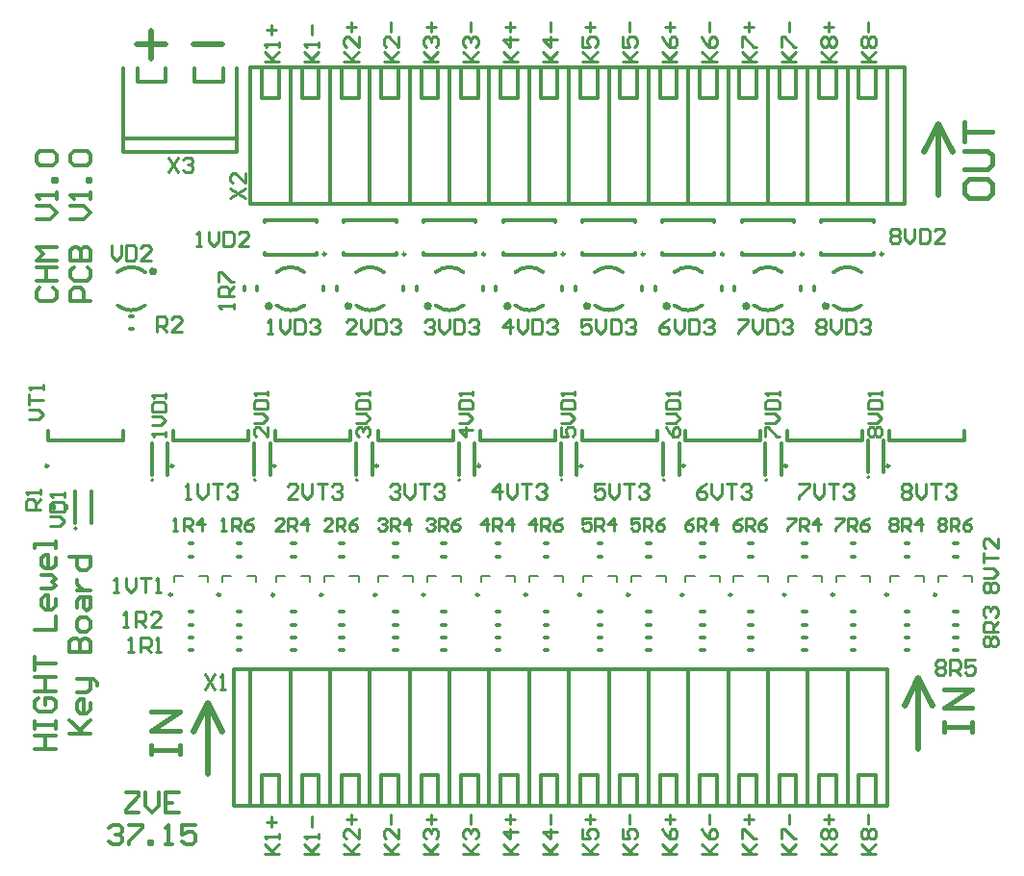
<source format=gto>
G04 Layer_Color=65535*
%FSLAX25Y25*%
%MOIN*%
G70*
G01*
G75*
%ADD10C,0.00984*%
%ADD11C,0.01181*%
%ADD12C,0.00787*%
%ADD13C,0.01969*%
%ADD14C,0.01378*%
%ADD15C,0.01575*%
D10*
X324114Y92716D02*
G03*
X324114Y92716I-492J0D01*
G01*
X307382D02*
G03*
X307382Y92716I-492J0D01*
G01*
X288681D02*
G03*
X288681Y92716I-492J0D01*
G01*
X271949D02*
G03*
X271949Y92716I-492J0D01*
G01*
X253248D02*
G03*
X253248Y92716I-492J0D01*
G01*
X236516D02*
G03*
X236516Y92716I-492J0D01*
G01*
X217815D02*
G03*
X217815Y92716I-492J0D01*
G01*
X201083D02*
G03*
X201083Y92716I-492J0D01*
G01*
X182382D02*
G03*
X182382Y92716I-492J0D01*
G01*
X165650D02*
G03*
X165650Y92716I-492J0D01*
G01*
X146949D02*
G03*
X146949Y92716I-492J0D01*
G01*
X130217D02*
G03*
X130217Y92716I-492J0D01*
G01*
X111516D02*
G03*
X111516Y92716I-492J0D01*
G01*
X94784D02*
G03*
X94784Y92716I-492J0D01*
G01*
X307854Y137402D02*
G03*
X307854Y137402I-492J0D01*
G01*
X272421D02*
G03*
X272421Y137402I-492J0D01*
G01*
X236988D02*
G03*
X236988Y137402I-492J0D01*
G01*
X201555D02*
G03*
X201555Y137402I-492J0D01*
G01*
X166122D02*
G03*
X166122Y137402I-492J0D01*
G01*
X130689D02*
G03*
X130689Y137402I-492J0D01*
G01*
X95256D02*
G03*
X95256Y137402I-492J0D01*
G01*
X59823D02*
G03*
X59823Y137402I-492J0D01*
G01*
X76083Y92716D02*
G03*
X76083Y92716I-492J0D01*
G01*
X59350D02*
G03*
X59350Y92716I-492J0D01*
G01*
X305610Y210827D02*
G03*
X305610Y210827I-492J0D01*
G01*
X278051D02*
G03*
X278051Y210827I-492J0D01*
G01*
X250492D02*
G03*
X250492Y210827I-492J0D01*
G01*
X222933D02*
G03*
X222933Y210827I-492J0D01*
G01*
X195374D02*
G03*
X195374Y210827I-492J0D01*
G01*
X167815D02*
G03*
X167815Y210827I-492J0D01*
G01*
X140256D02*
G03*
X140256Y210827I-492J0D01*
G01*
X112697D02*
G03*
X112697Y210827I-492J0D01*
G01*
X16516Y137402D02*
G03*
X16516Y137402I-492J0D01*
G01*
X341209Y93504D02*
X340356Y94357D01*
Y96062D01*
X341209Y96915D01*
X342061D01*
X342914Y96062D01*
X343767Y96915D01*
X344620D01*
X345472Y96062D01*
Y94357D01*
X344620Y93504D01*
X343767D01*
X342914Y94357D01*
X342061Y93504D01*
X341209D01*
X342914Y94357D02*
Y96062D01*
X340356Y98620D02*
X343767D01*
X345472Y100326D01*
X343767Y102031D01*
X340356D01*
Y103737D02*
Y107148D01*
Y105442D01*
X345472D01*
Y112264D02*
Y108853D01*
X342061Y112264D01*
X341209D01*
X340356Y111412D01*
Y109706D01*
X341209Y108853D01*
X324650Y118657D02*
X325371Y119379D01*
X326814D01*
X327536Y118657D01*
Y117936D01*
X326814Y117214D01*
X327536Y116493D01*
Y115771D01*
X326814Y115050D01*
X325371D01*
X324650Y115771D01*
Y116493D01*
X325371Y117214D01*
X324650Y117936D01*
Y118657D01*
X325371Y117214D02*
X326814D01*
X328979Y115050D02*
Y119379D01*
X331144D01*
X331865Y118657D01*
Y117214D01*
X331144Y116493D01*
X328979D01*
X330422D02*
X331865Y115050D01*
X336194Y119379D02*
X334751Y118657D01*
X333308Y117214D01*
Y115771D01*
X334030Y115050D01*
X335473D01*
X336194Y115771D01*
Y116493D01*
X335473Y117214D01*
X333308D01*
X323819Y69224D02*
X324672Y70077D01*
X326377D01*
X327230Y69224D01*
Y68372D01*
X326377Y67519D01*
X327230Y66666D01*
Y65813D01*
X326377Y64961D01*
X324672D01*
X323819Y65813D01*
Y66666D01*
X324672Y67519D01*
X323819Y68372D01*
Y69224D01*
X324672Y67519D02*
X326377D01*
X328935Y64961D02*
Y70077D01*
X331494D01*
X332346Y69224D01*
Y67519D01*
X331494Y66666D01*
X328935D01*
X330641D02*
X332346Y64961D01*
X337463Y70077D02*
X334052D01*
Y67519D01*
X335757Y68372D01*
X336610D01*
X337463Y67519D01*
Y65813D01*
X336610Y64961D01*
X334905D01*
X334052Y65813D01*
X307850Y118657D02*
X308571Y119379D01*
X310014D01*
X310736Y118657D01*
Y117936D01*
X310014Y117214D01*
X310736Y116493D01*
Y115771D01*
X310014Y115050D01*
X308571D01*
X307850Y115771D01*
Y116493D01*
X308571Y117214D01*
X307850Y117936D01*
Y118657D01*
X308571Y117214D02*
X310014D01*
X312179Y115050D02*
Y119379D01*
X314344D01*
X315065Y118657D01*
Y117214D01*
X314344Y116493D01*
X312179D01*
X313622D02*
X315065Y115050D01*
X318673D02*
Y119379D01*
X316508Y117214D01*
X319394D01*
X341209Y74803D02*
X340356Y75656D01*
Y77361D01*
X341209Y78214D01*
X342061D01*
X342914Y77361D01*
X343767Y78214D01*
X344620D01*
X345472Y77361D01*
Y75656D01*
X344620Y74803D01*
X343767D01*
X342914Y75656D01*
X342061Y74803D01*
X341209D01*
X342914Y75656D02*
Y77361D01*
X345472Y79920D02*
X340356D01*
Y82478D01*
X341209Y83331D01*
X342914D01*
X343767Y82478D01*
Y79920D01*
Y81625D02*
X345472Y83331D01*
X341209Y85036D02*
X340356Y85889D01*
Y87594D01*
X341209Y88447D01*
X342061D01*
X342914Y87594D01*
Y86742D01*
Y87594D01*
X343767Y88447D01*
X344620D01*
X345472Y87594D01*
Y85889D01*
X344620Y85036D01*
X289150Y119379D02*
X292036D01*
Y118657D01*
X289150Y115771D01*
Y115050D01*
X293479D02*
Y119379D01*
X295644D01*
X296365Y118657D01*
Y117214D01*
X295644Y116493D01*
X293479D01*
X294922D02*
X296365Y115050D01*
X300694Y119379D02*
X299251Y118657D01*
X297808Y117214D01*
Y115771D01*
X298530Y115050D01*
X299973D01*
X300694Y115771D01*
Y116493D01*
X299973Y117214D01*
X297808D01*
X272450Y119379D02*
X275336D01*
Y118657D01*
X272450Y115771D01*
Y115050D01*
X276779D02*
Y119379D01*
X278944D01*
X279665Y118657D01*
Y117214D01*
X278944Y116493D01*
X276779D01*
X278222D02*
X279665Y115050D01*
X283273D02*
Y119379D01*
X281108Y117214D01*
X283994D01*
X256636Y119379D02*
X255193Y118657D01*
X253750Y117214D01*
Y115771D01*
X254471Y115050D01*
X255914D01*
X256636Y115771D01*
Y116493D01*
X255914Y117214D01*
X253750D01*
X258079Y115050D02*
Y119379D01*
X260244D01*
X260965Y118657D01*
Y117214D01*
X260244Y116493D01*
X258079D01*
X259522D02*
X260965Y115050D01*
X265294Y119379D02*
X263851Y118657D01*
X262408Y117214D01*
Y115771D01*
X263130Y115050D01*
X264573D01*
X265294Y115771D01*
Y116493D01*
X264573Y117214D01*
X262408D01*
X239936Y119379D02*
X238493Y118657D01*
X237050Y117214D01*
Y115771D01*
X237771Y115050D01*
X239214D01*
X239936Y115771D01*
Y116493D01*
X239214Y117214D01*
X237050D01*
X241379Y115050D02*
Y119379D01*
X243544D01*
X244265Y118657D01*
Y117214D01*
X243544Y116493D01*
X241379D01*
X242822D02*
X244265Y115050D01*
X247873D02*
Y119379D01*
X245708Y117214D01*
X248594D01*
X221236Y119379D02*
X218350D01*
Y117214D01*
X219793Y117936D01*
X220514D01*
X221236Y117214D01*
Y115771D01*
X220514Y115050D01*
X219071D01*
X218350Y115771D01*
X222679Y115050D02*
Y119379D01*
X224844D01*
X225565Y118657D01*
Y117214D01*
X224844Y116493D01*
X222679D01*
X224122D02*
X225565Y115050D01*
X229894Y119379D02*
X228451Y118657D01*
X227008Y117214D01*
Y115771D01*
X227730Y115050D01*
X229173D01*
X229894Y115771D01*
Y116493D01*
X229173Y117214D01*
X227008D01*
X204436Y119379D02*
X201550D01*
Y117214D01*
X202993Y117936D01*
X203714D01*
X204436Y117214D01*
Y115771D01*
X203714Y115050D01*
X202271D01*
X201550Y115771D01*
X205879Y115050D02*
Y119379D01*
X208044D01*
X208765Y118657D01*
Y117214D01*
X208044Y116493D01*
X205879D01*
X207322D02*
X208765Y115050D01*
X212373D02*
Y119379D01*
X210208Y117214D01*
X213094D01*
X185014Y115050D02*
Y119379D01*
X182850Y117214D01*
X185736D01*
X187179Y115050D02*
Y119379D01*
X189344D01*
X190065Y118657D01*
Y117214D01*
X189344Y116493D01*
X187179D01*
X188622D02*
X190065Y115050D01*
X194394Y119379D02*
X192951Y118657D01*
X191508Y117214D01*
Y115771D01*
X192230Y115050D01*
X193673D01*
X194394Y115771D01*
Y116493D01*
X193673Y117214D01*
X191508D01*
X168314Y115050D02*
Y119379D01*
X166150Y117214D01*
X169036D01*
X170479Y115050D02*
Y119379D01*
X172644D01*
X173365Y118657D01*
Y117214D01*
X172644Y116493D01*
X170479D01*
X171922D02*
X173365Y115050D01*
X176973D02*
Y119379D01*
X174808Y117214D01*
X177694D01*
X147450Y118657D02*
X148171Y119379D01*
X149614D01*
X150336Y118657D01*
Y117936D01*
X149614Y117214D01*
X148893D01*
X149614D01*
X150336Y116493D01*
Y115771D01*
X149614Y115050D01*
X148171D01*
X147450Y115771D01*
X151779Y115050D02*
Y119379D01*
X153944D01*
X154665Y118657D01*
Y117214D01*
X153944Y116493D01*
X151779D01*
X153222D02*
X154665Y115050D01*
X158994Y119379D02*
X157551Y118657D01*
X156108Y117214D01*
Y115771D01*
X156830Y115050D01*
X158273D01*
X158994Y115771D01*
Y116493D01*
X158273Y117214D01*
X156108D01*
X130750Y118657D02*
X131471Y119379D01*
X132914D01*
X133636Y118657D01*
Y117936D01*
X132914Y117214D01*
X132193D01*
X132914D01*
X133636Y116493D01*
Y115771D01*
X132914Y115050D01*
X131471D01*
X130750Y115771D01*
X135079Y115050D02*
Y119379D01*
X137244D01*
X137965Y118657D01*
Y117214D01*
X137244Y116493D01*
X135079D01*
X136522D02*
X137965Y115050D01*
X141573D02*
Y119379D01*
X139408Y117214D01*
X142294D01*
X114936Y115050D02*
X112050D01*
X114936Y117936D01*
Y118657D01*
X114214Y119379D01*
X112771D01*
X112050Y118657D01*
X116379Y115050D02*
Y119379D01*
X118544D01*
X119265Y118657D01*
Y117214D01*
X118544Y116493D01*
X116379D01*
X117822D02*
X119265Y115050D01*
X123594Y119379D02*
X122151Y118657D01*
X120708Y117214D01*
Y115771D01*
X121430Y115050D01*
X122873D01*
X123594Y115771D01*
Y116493D01*
X122873Y117214D01*
X120708D01*
X98136Y115050D02*
X95250D01*
X98136Y117936D01*
Y118657D01*
X97414Y119379D01*
X95971D01*
X95250Y118657D01*
X99579Y115050D02*
Y119379D01*
X101744D01*
X102465Y118657D01*
Y117214D01*
X101744Y116493D01*
X99579D01*
X101022D02*
X102465Y115050D01*
X106073D02*
Y119379D01*
X103908Y117214D01*
X106794D01*
X312008Y130248D02*
X312861Y131101D01*
X314566D01*
X315419Y130248D01*
Y129395D01*
X314566Y128542D01*
X315419Y127690D01*
Y126837D01*
X314566Y125984D01*
X312861D01*
X312008Y126837D01*
Y127690D01*
X312861Y128542D01*
X312008Y129395D01*
Y130248D01*
X312861Y128542D02*
X314566D01*
X317124Y131101D02*
Y127690D01*
X318830Y125984D01*
X320535Y127690D01*
Y131101D01*
X322241D02*
X325652D01*
X323946D01*
Y125984D01*
X327357Y130248D02*
X328210Y131101D01*
X329915D01*
X330768Y130248D01*
Y129395D01*
X329915Y128542D01*
X329063D01*
X329915D01*
X330768Y127690D01*
Y126837D01*
X329915Y125984D01*
X328210D01*
X327357Y126837D01*
X276575Y131101D02*
X279986D01*
Y130248D01*
X276575Y126837D01*
Y125984D01*
X281691Y131101D02*
Y127690D01*
X283397Y125984D01*
X285102Y127690D01*
Y131101D01*
X286808D02*
X290219D01*
X288513D01*
Y125984D01*
X291924Y130248D02*
X292777Y131101D01*
X294482D01*
X295335Y130248D01*
Y129395D01*
X294482Y128542D01*
X293630D01*
X294482D01*
X295335Y127690D01*
Y126837D01*
X294482Y125984D01*
X292777D01*
X291924Y126837D01*
X244553Y131101D02*
X242847Y130248D01*
X241142Y128542D01*
Y126837D01*
X241995Y125984D01*
X243700D01*
X244553Y126837D01*
Y127690D01*
X243700Y128542D01*
X241142D01*
X246258Y131101D02*
Y127690D01*
X247964Y125984D01*
X249669Y127690D01*
Y131101D01*
X251375D02*
X254786D01*
X253080D01*
Y125984D01*
X256491Y130248D02*
X257344Y131101D01*
X259049D01*
X259902Y130248D01*
Y129395D01*
X259049Y128542D01*
X258197D01*
X259049D01*
X259902Y127690D01*
Y126837D01*
X259049Y125984D01*
X257344D01*
X256491Y126837D01*
X209120Y131101D02*
X205709D01*
Y128542D01*
X207414Y129395D01*
X208267D01*
X209120Y128542D01*
Y126837D01*
X208267Y125984D01*
X206561D01*
X205709Y126837D01*
X210825Y131101D02*
Y127690D01*
X212531Y125984D01*
X214236Y127690D01*
Y131101D01*
X215942D02*
X219353D01*
X217647D01*
Y125984D01*
X221058Y130248D02*
X221911Y131101D01*
X223616D01*
X224469Y130248D01*
Y129395D01*
X223616Y128542D01*
X222763D01*
X223616D01*
X224469Y127690D01*
Y126837D01*
X223616Y125984D01*
X221911D01*
X221058Y126837D01*
X172834Y125984D02*
Y131101D01*
X170276Y128542D01*
X173687D01*
X175392Y131101D02*
Y127690D01*
X177097Y125984D01*
X178803Y127690D01*
Y131101D01*
X180508D02*
X183920D01*
X182214D01*
Y125984D01*
X185625Y130248D02*
X186478Y131101D01*
X188183D01*
X189036Y130248D01*
Y129395D01*
X188183Y128542D01*
X187330D01*
X188183D01*
X189036Y127690D01*
Y126837D01*
X188183Y125984D01*
X186478D01*
X185625Y126837D01*
X134843Y130248D02*
X135695Y131101D01*
X137401D01*
X138253Y130248D01*
Y129395D01*
X137401Y128542D01*
X136548D01*
X137401D01*
X138253Y127690D01*
Y126837D01*
X137401Y125984D01*
X135695D01*
X134843Y126837D01*
X139959Y131101D02*
Y127690D01*
X141665Y125984D01*
X143370Y127690D01*
Y131101D01*
X145075D02*
X148486D01*
X146781D01*
Y125984D01*
X150192Y130248D02*
X151045Y131101D01*
X152750D01*
X153603Y130248D01*
Y129395D01*
X152750Y128542D01*
X151897D01*
X152750D01*
X153603Y127690D01*
Y126837D01*
X152750Y125984D01*
X151045D01*
X150192Y126837D01*
X102820Y125984D02*
X99410D01*
X102820Y129395D01*
Y130248D01*
X101968Y131101D01*
X100262D01*
X99410Y130248D01*
X104526Y131101D02*
Y127690D01*
X106231Y125984D01*
X107937Y127690D01*
Y131101D01*
X109642D02*
X113053D01*
X111348D01*
Y125984D01*
X114759Y130248D02*
X115612Y131101D01*
X117317D01*
X118170Y130248D01*
Y129395D01*
X117317Y128542D01*
X116464D01*
X117317D01*
X118170Y127690D01*
Y126837D01*
X117317Y125984D01*
X115612D01*
X114759Y126837D01*
X63976Y125984D02*
X65682D01*
X64829D01*
Y131101D01*
X63976Y130248D01*
X68240Y131101D02*
Y127690D01*
X69946Y125984D01*
X71651Y127690D01*
Y131101D01*
X73357D02*
X76767D01*
X75062D01*
Y125984D01*
X78473Y130248D02*
X79326Y131101D01*
X81031D01*
X81884Y130248D01*
Y129395D01*
X81031Y128542D01*
X80178D01*
X81031D01*
X81884Y127690D01*
Y126837D01*
X81031Y125984D01*
X79326D01*
X78473Y126837D01*
X42586Y81693D02*
X44291D01*
X43439D01*
Y86809D01*
X42586Y85957D01*
X46850Y81693D02*
Y86809D01*
X49408D01*
X50261Y85957D01*
Y84251D01*
X49408Y83398D01*
X46850D01*
X48555D02*
X50261Y81693D01*
X55377D02*
X51966D01*
X55377Y85104D01*
Y85957D01*
X54524Y86809D01*
X52819D01*
X51966Y85957D01*
X76550Y115050D02*
X77993D01*
X77271D01*
Y119379D01*
X76550Y118657D01*
X80157Y115050D02*
Y119379D01*
X82322D01*
X83044Y118657D01*
Y117214D01*
X82322Y116493D01*
X80157D01*
X81600D02*
X83044Y115050D01*
X87373Y119379D02*
X85930Y118657D01*
X84487Y117214D01*
Y115771D01*
X85208Y115050D01*
X86651D01*
X87373Y115771D01*
Y116493D01*
X86651Y117214D01*
X84487D01*
X39175Y93504D02*
X40880D01*
X40028D01*
Y98620D01*
X39175Y97768D01*
X43439Y98620D02*
Y95209D01*
X45144Y93504D01*
X46850Y95209D01*
Y98620D01*
X48555D02*
X51966D01*
X50261D01*
Y93504D01*
X53671D02*
X55377D01*
X54524D01*
Y98620D01*
X53671Y97768D01*
X282480Y187335D02*
X283333Y188187D01*
X285038D01*
X285891Y187335D01*
Y186482D01*
X285038Y185629D01*
X285891Y184776D01*
Y183924D01*
X285038Y183071D01*
X283333D01*
X282480Y183924D01*
Y184776D01*
X283333Y185629D01*
X282480Y186482D01*
Y187335D01*
X283333Y185629D02*
X285038D01*
X287597Y188187D02*
Y184776D01*
X289302Y183071D01*
X291008Y184776D01*
Y188187D01*
X292713D02*
Y183071D01*
X295271D01*
X296124Y183924D01*
Y187335D01*
X295271Y188187D01*
X292713D01*
X297830Y187335D02*
X298682Y188187D01*
X300388D01*
X301241Y187335D01*
Y186482D01*
X300388Y185629D01*
X299535D01*
X300388D01*
X301241Y184776D01*
Y183924D01*
X300388Y183071D01*
X298682D01*
X297830Y183924D01*
X255343Y188187D02*
X258754D01*
Y187335D01*
X255343Y183924D01*
Y183071D01*
X260459Y188187D02*
Y184776D01*
X262165Y183071D01*
X263871Y184776D01*
Y188187D01*
X265576D02*
Y183071D01*
X268134D01*
X268987Y183924D01*
Y187335D01*
X268134Y188187D01*
X265576D01*
X270692Y187335D02*
X271545Y188187D01*
X273251D01*
X274103Y187335D01*
Y186482D01*
X273251Y185629D01*
X272398D01*
X273251D01*
X274103Y184776D01*
Y183924D01*
X273251Y183071D01*
X271545D01*
X270692Y183924D01*
X231617Y188187D02*
X229911Y187335D01*
X228206Y185629D01*
Y183924D01*
X229059Y183071D01*
X230764D01*
X231617Y183924D01*
Y184776D01*
X230764Y185629D01*
X228206D01*
X233322Y188187D02*
Y184776D01*
X235028Y183071D01*
X236733Y184776D01*
Y188187D01*
X238439D02*
Y183071D01*
X240997D01*
X241850Y183924D01*
Y187335D01*
X240997Y188187D01*
X238439D01*
X243555Y187335D02*
X244408Y188187D01*
X246113D01*
X246966Y187335D01*
Y186482D01*
X246113Y185629D01*
X245261D01*
X246113D01*
X246966Y184776D01*
Y183924D01*
X246113Y183071D01*
X244408D01*
X243555Y183924D01*
X204480Y188187D02*
X201069D01*
Y185629D01*
X202774Y186482D01*
X203627D01*
X204480Y185629D01*
Y183924D01*
X203627Y183071D01*
X201921D01*
X201069Y183924D01*
X206185Y188187D02*
Y184776D01*
X207891Y183071D01*
X209596Y184776D01*
Y188187D01*
X211301D02*
Y183071D01*
X213860D01*
X214713Y183924D01*
Y187335D01*
X213860Y188187D01*
X211301D01*
X216418Y187335D02*
X217271Y188187D01*
X218976D01*
X219829Y187335D01*
Y186482D01*
X218976Y185629D01*
X218124D01*
X218976D01*
X219829Y184776D01*
Y183924D01*
X218976Y183071D01*
X217271D01*
X216418Y183924D01*
X176490Y183071D02*
Y188187D01*
X173931Y185629D01*
X177342D01*
X179048Y188187D02*
Y184776D01*
X180753Y183071D01*
X182459Y184776D01*
Y188187D01*
X184164D02*
Y183071D01*
X186723D01*
X187575Y183924D01*
Y187335D01*
X186723Y188187D01*
X184164D01*
X189281Y187335D02*
X190134Y188187D01*
X191839D01*
X192692Y187335D01*
Y186482D01*
X191839Y185629D01*
X190986D01*
X191839D01*
X192692Y184776D01*
Y183924D01*
X191839Y183071D01*
X190134D01*
X189281Y183924D01*
X146794Y187335D02*
X147647Y188187D01*
X149352D01*
X150205Y187335D01*
Y186482D01*
X149352Y185629D01*
X148500D01*
X149352D01*
X150205Y184776D01*
Y183924D01*
X149352Y183071D01*
X147647D01*
X146794Y183924D01*
X151911Y188187D02*
Y184776D01*
X153616Y183071D01*
X155322Y184776D01*
Y188187D01*
X157027D02*
Y183071D01*
X159585D01*
X160438Y183924D01*
Y187335D01*
X159585Y188187D01*
X157027D01*
X162144Y187335D02*
X162996Y188187D01*
X164702D01*
X165554Y187335D01*
Y186482D01*
X164702Y185629D01*
X163849D01*
X164702D01*
X165554Y184776D01*
Y183924D01*
X164702Y183071D01*
X162996D01*
X162144Y183924D01*
X123068Y183071D02*
X119657D01*
X123068Y186482D01*
Y187335D01*
X122215Y188187D01*
X120510D01*
X119657Y187335D01*
X124773Y188187D02*
Y184776D01*
X126479Y183071D01*
X128184Y184776D01*
Y188187D01*
X129890D02*
Y183071D01*
X132448D01*
X133301Y183924D01*
Y187335D01*
X132448Y188187D01*
X129890D01*
X135006Y187335D02*
X135859Y188187D01*
X137565D01*
X138417Y187335D01*
Y186482D01*
X137565Y185629D01*
X136712D01*
X137565D01*
X138417Y184776D01*
Y183924D01*
X137565Y183071D01*
X135859D01*
X135006Y183924D01*
X92520Y183071D02*
X94225D01*
X93372D01*
Y188187D01*
X92520Y187335D01*
X96783Y188187D02*
Y184776D01*
X98489Y183071D01*
X100194Y184776D01*
Y188187D01*
X101900D02*
Y183071D01*
X104458D01*
X105311Y183924D01*
Y187335D01*
X104458Y188187D01*
X101900D01*
X107016Y187335D02*
X107869Y188187D01*
X109574D01*
X110427Y187335D01*
Y186482D01*
X109574Y185629D01*
X108722D01*
X109574D01*
X110427Y184776D01*
Y183924D01*
X109574Y183071D01*
X107869D01*
X107016Y183924D01*
X308071Y218831D02*
X308924Y219683D01*
X310629D01*
X311482Y218831D01*
Y217978D01*
X310629Y217125D01*
X311482Y216272D01*
Y215420D01*
X310629Y214567D01*
X308924D01*
X308071Y215420D01*
Y216272D01*
X308924Y217125D01*
X308071Y217978D01*
Y218831D01*
X308924Y217125D02*
X310629D01*
X313187Y219683D02*
Y216272D01*
X314893Y214567D01*
X316598Y216272D01*
Y219683D01*
X318304D02*
Y214567D01*
X320862D01*
X321715Y215420D01*
Y218831D01*
X320862Y219683D01*
X318304D01*
X326831Y214567D02*
X323420D01*
X326831Y217978D01*
Y218831D01*
X325978Y219683D01*
X324273D01*
X323420Y218831D01*
X67913Y213583D02*
X69619D01*
X68766D01*
Y218699D01*
X67913Y217846D01*
X72177Y218699D02*
Y215288D01*
X73883Y213583D01*
X75588Y215288D01*
Y218699D01*
X77294D02*
Y213583D01*
X79852D01*
X80704Y214435D01*
Y217846D01*
X79852Y218699D01*
X77294D01*
X85821Y213583D02*
X82410D01*
X85821Y216994D01*
Y217846D01*
X84968Y218699D01*
X83263D01*
X82410Y217846D01*
X301182Y147638D02*
X300395Y148425D01*
Y149999D01*
X301182Y150786D01*
X301970D01*
X302757Y149999D01*
X303544Y150786D01*
X304331D01*
X305118Y149999D01*
Y148425D01*
X304331Y147638D01*
X303544D01*
X302757Y148425D01*
X301970Y147638D01*
X301182D01*
X302757Y148425D02*
Y149999D01*
X300395Y152361D02*
X303544D01*
X305118Y153935D01*
X303544Y155509D01*
X300395D01*
Y157084D02*
X305118D01*
Y159445D01*
X304331Y160232D01*
X301182D01*
X300395Y159445D01*
Y157084D01*
X305118Y161806D02*
Y163381D01*
Y162594D01*
X300395D01*
X301182Y161806D01*
X264962Y147638D02*
Y150786D01*
X265749D01*
X268898Y147638D01*
X269685D01*
X264962Y152361D02*
X268111D01*
X269685Y153935D01*
X268111Y155509D01*
X264962D01*
Y157084D02*
X269685D01*
Y159445D01*
X268898Y160232D01*
X265749D01*
X264962Y159445D01*
Y157084D01*
X269685Y161806D02*
Y163381D01*
Y162594D01*
X264962D01*
X265749Y161806D01*
X230513Y150786D02*
X231300Y149212D01*
X232875Y147638D01*
X234449D01*
X235236Y148425D01*
Y149999D01*
X234449Y150786D01*
X233662D01*
X232875Y149999D01*
Y147638D01*
X230513Y152361D02*
X233662D01*
X235236Y153935D01*
X233662Y155509D01*
X230513D01*
Y157084D02*
X235236D01*
Y159445D01*
X234449Y160232D01*
X231300D01*
X230513Y159445D01*
Y157084D01*
X235236Y161806D02*
Y163381D01*
Y162594D01*
X230513D01*
X231300Y161806D01*
X194096Y150786D02*
Y147638D01*
X196458D01*
X195670Y149212D01*
Y149999D01*
X196458Y150786D01*
X198032D01*
X198819Y149999D01*
Y148425D01*
X198032Y147638D01*
X194096Y152361D02*
X197245D01*
X198819Y153935D01*
X197245Y155509D01*
X194096D01*
Y157084D02*
X198819D01*
Y159445D01*
X198032Y160232D01*
X194883D01*
X194096Y159445D01*
Y157084D01*
X198819Y161806D02*
Y163381D01*
Y162594D01*
X194096D01*
X194883Y161806D01*
X163386Y149999D02*
X158663D01*
X161024Y147638D01*
Y150786D01*
X158663Y152361D02*
X161811D01*
X163386Y153935D01*
X161811Y155509D01*
X158663D01*
Y157084D02*
X163386D01*
Y159445D01*
X162599Y160232D01*
X159450D01*
X158663Y159445D01*
Y157084D01*
X163386Y161806D02*
Y163381D01*
Y162594D01*
X158663D01*
X159450Y161806D01*
X124017Y147638D02*
X123230Y148425D01*
Y149999D01*
X124017Y150786D01*
X124804D01*
X125591Y149999D01*
Y149212D01*
Y149999D01*
X126379Y150786D01*
X127166D01*
X127953Y149999D01*
Y148425D01*
X127166Y147638D01*
X123230Y152361D02*
X126379D01*
X127953Y153935D01*
X126379Y155509D01*
X123230D01*
Y157084D02*
X127953D01*
Y159445D01*
X127166Y160232D01*
X124017D01*
X123230Y159445D01*
Y157084D01*
X127953Y161806D02*
Y163381D01*
Y162594D01*
X123230D01*
X124017Y161806D01*
X92520Y150786D02*
Y147638D01*
X89371Y150786D01*
X88584D01*
X87797Y149999D01*
Y148425D01*
X88584Y147638D01*
X87797Y152361D02*
X90945D01*
X92520Y153935D01*
X90945Y155509D01*
X87797D01*
Y157084D02*
X92520D01*
Y159445D01*
X91733Y160232D01*
X88584D01*
X87797Y159445D01*
Y157084D01*
X92520Y161806D02*
Y163381D01*
Y162594D01*
X87797D01*
X88584Y161806D01*
X57087Y147638D02*
Y149212D01*
Y148425D01*
X52364D01*
X53151Y147638D01*
X52364Y151574D02*
X55512D01*
X57087Y153148D01*
X55512Y154722D01*
X52364D01*
Y156296D02*
X57087D01*
Y158658D01*
X56300Y159445D01*
X53151D01*
X52364Y158658D01*
Y156296D01*
X57087Y161019D02*
Y162594D01*
Y161806D01*
X52364D01*
X53151Y161019D01*
X59850Y115050D02*
X61293D01*
X60571D01*
Y119379D01*
X59850Y118657D01*
X63457Y115050D02*
Y119379D01*
X65622D01*
X66344Y118657D01*
Y117214D01*
X65622Y116493D01*
X63457D01*
X64900D02*
X66344Y115050D01*
X69951D02*
Y119379D01*
X67787Y117214D01*
X70673D01*
X44291Y72835D02*
X45997D01*
X45144D01*
Y77951D01*
X44291Y77098D01*
X48555Y72835D02*
Y77951D01*
X51113D01*
X51966Y77098D01*
Y75393D01*
X51113Y74540D01*
X48555D01*
X50261D02*
X51966Y72835D01*
X53671D02*
X55377D01*
X54524D01*
Y77951D01*
X53671Y77098D01*
X80709Y191929D02*
Y193635D01*
Y192782D01*
X75592D01*
X76445Y191929D01*
X80709Y196193D02*
X75592D01*
Y198751D01*
X76445Y199604D01*
X78150D01*
X79003Y198751D01*
Y196193D01*
Y197898D02*
X80709Y199604D01*
X75592Y201309D02*
Y204720D01*
X76445D01*
X79856Y201309D01*
X80709D01*
X38386Y213778D02*
Y210367D01*
X40091Y208661D01*
X41797Y210367D01*
Y213778D01*
X43502D02*
Y208661D01*
X46060D01*
X46913Y209514D01*
Y212925D01*
X46060Y213778D01*
X43502D01*
X52030Y208661D02*
X48619D01*
X52030Y212072D01*
Y212925D01*
X51177Y213778D01*
X49472D01*
X48619Y212925D01*
X54134Y184055D02*
Y189172D01*
X56692D01*
X57545Y188319D01*
Y186613D01*
X56692Y185761D01*
X54134D01*
X55839D02*
X57545Y184055D01*
X62661D02*
X59250D01*
X62661Y187466D01*
Y188319D01*
X61809Y189172D01*
X60103D01*
X59250Y188319D01*
X9647Y153543D02*
X13058D01*
X14764Y155249D01*
X13058Y156954D01*
X9647D01*
Y158660D02*
Y162071D01*
Y160365D01*
X14764D01*
Y163776D02*
Y165482D01*
Y164629D01*
X9647D01*
X10500Y163776D01*
X17133Y116450D02*
X20544D01*
X22250Y118155D01*
X20544Y119861D01*
X17133D01*
Y121566D02*
X22250D01*
Y124124D01*
X21397Y124977D01*
X17986D01*
X17133Y124124D01*
Y121566D01*
X22250Y126682D02*
Y128388D01*
Y127535D01*
X17133D01*
X17986Y126682D01*
X13850Y122350D02*
X8733D01*
Y124908D01*
X9586Y125761D01*
X11291D01*
X12144Y124908D01*
Y122350D01*
Y124055D02*
X13850Y125761D01*
Y127466D02*
Y129172D01*
Y128319D01*
X8733D01*
X9586Y127466D01*
X70866Y65156D02*
X74277Y60039D01*
Y65156D02*
X70866Y60039D01*
X75983D02*
X77688D01*
X76835D01*
Y65156D01*
X75983Y64303D01*
X58071Y244290D02*
X61482Y239173D01*
Y244290D02*
X58071Y239173D01*
X63187Y243437D02*
X64040Y244290D01*
X65746D01*
X66598Y243437D01*
Y242584D01*
X65746Y241732D01*
X64893D01*
X65746D01*
X66598Y240879D01*
Y240026D01*
X65746Y239173D01*
X64040D01*
X63187Y240026D01*
X79529Y230315D02*
X84646Y233726D01*
X79529D02*
X84646Y230315D01*
Y238842D02*
Y235431D01*
X81235Y238842D01*
X80382D01*
X79529Y237990D01*
Y236284D01*
X80382Y235431D01*
X91340Y277559D02*
X96457D01*
X94751D01*
X91340Y280970D01*
X93898Y278412D01*
X96457Y280970D01*
Y282676D02*
Y284381D01*
Y283528D01*
X91340D01*
X92193Y282676D01*
X93898Y286939D02*
Y290350D01*
X92193Y288645D02*
X95604D01*
X105120Y277559D02*
X110236D01*
X108531D01*
X105120Y280970D01*
X107678Y278412D01*
X110236Y280970D01*
Y282676D02*
Y284381D01*
Y283528D01*
X105120D01*
X105973Y282676D01*
X107678Y286939D02*
Y290350D01*
X132679Y277559D02*
X137795D01*
X136090D01*
X132679Y280970D01*
X135237Y278412D01*
X137795Y280970D01*
Y286087D02*
Y282676D01*
X134384Y286087D01*
X133532D01*
X132679Y285234D01*
Y283528D01*
X133532Y282676D01*
X135237Y287792D02*
Y291203D01*
X118899Y277559D02*
X124016D01*
X122310D01*
X118899Y280970D01*
X121458Y278412D01*
X124016Y280970D01*
Y286087D02*
Y282676D01*
X120605Y286087D01*
X119752D01*
X118899Y285234D01*
Y283528D01*
X119752Y282676D01*
X121458Y287792D02*
Y291203D01*
X119752Y289497D02*
X123163D01*
X160238Y277559D02*
X165354D01*
X163649D01*
X160238Y280970D01*
X162796Y278412D01*
X165354Y280970D01*
X161091Y282676D02*
X160238Y283528D01*
Y285234D01*
X161091Y286087D01*
X161943D01*
X162796Y285234D01*
Y284381D01*
Y285234D01*
X163649Y286087D01*
X164502D01*
X165354Y285234D01*
Y283528D01*
X164502Y282676D01*
X162796Y287792D02*
Y291203D01*
X146458Y277559D02*
X151575D01*
X149869D01*
X146458Y280970D01*
X149017Y278412D01*
X151575Y280970D01*
X147311Y282676D02*
X146458Y283528D01*
Y285234D01*
X147311Y286087D01*
X148164D01*
X149017Y285234D01*
Y284381D01*
Y285234D01*
X149869Y286087D01*
X150722D01*
X151575Y285234D01*
Y283528D01*
X150722Y282676D01*
X149017Y287792D02*
Y291203D01*
X147311Y289497D02*
X150722D01*
X187797Y277559D02*
X192913D01*
X191208D01*
X187797Y280970D01*
X190355Y278412D01*
X192913Y280970D01*
Y285234D02*
X187797D01*
X190355Y282676D01*
Y286087D01*
Y287792D02*
Y291203D01*
X174017Y277559D02*
X179134D01*
X177428D01*
X174017Y280970D01*
X176576Y278412D01*
X179134Y280970D01*
Y285234D02*
X174017D01*
X176576Y282676D01*
Y286087D01*
Y287792D02*
Y291203D01*
X174870Y289497D02*
X178281D01*
X215356Y277559D02*
X220472D01*
X218767D01*
X215356Y280970D01*
X217914Y278412D01*
X220472Y280970D01*
X215356Y286087D02*
Y282676D01*
X217914D01*
X217061Y284381D01*
Y285234D01*
X217914Y286087D01*
X219620D01*
X220472Y285234D01*
Y283528D01*
X219620Y282676D01*
X217914Y287792D02*
Y291203D01*
X201576Y277559D02*
X206693D01*
X204987D01*
X201576Y280970D01*
X204135Y278412D01*
X206693Y280970D01*
X201576Y286087D02*
Y282676D01*
X204135D01*
X203282Y284381D01*
Y285234D01*
X204135Y286087D01*
X205840D01*
X206693Y285234D01*
Y283528D01*
X205840Y282676D01*
X204135Y287792D02*
Y291203D01*
X202429Y289497D02*
X205840D01*
X242915Y277559D02*
X248031D01*
X246326D01*
X242915Y280970D01*
X245473Y278412D01*
X248031Y280970D01*
X242915Y286087D02*
X243768Y284381D01*
X245473Y282676D01*
X247179D01*
X248031Y283528D01*
Y285234D01*
X247179Y286087D01*
X246326D01*
X245473Y285234D01*
Y282676D01*
Y287792D02*
Y291203D01*
X229135Y277559D02*
X234252D01*
X232546D01*
X229135Y280970D01*
X231694Y278412D01*
X234252Y280970D01*
X229135Y286087D02*
X229988Y284381D01*
X231694Y282676D01*
X233399D01*
X234252Y283528D01*
Y285234D01*
X233399Y286087D01*
X232546D01*
X231694Y285234D01*
Y282676D01*
Y287792D02*
Y291203D01*
X229988Y289497D02*
X233399D01*
X270474Y277559D02*
X275590D01*
X273885D01*
X270474Y280970D01*
X273032Y278412D01*
X275590Y280970D01*
X270474Y282676D02*
Y286087D01*
X271327D01*
X274738Y282676D01*
X275590D01*
X273032Y287792D02*
Y291203D01*
X256695Y277559D02*
X261811D01*
X260105D01*
X256695Y280970D01*
X259253Y278412D01*
X261811Y280970D01*
X256695Y282676D02*
Y286087D01*
X257547D01*
X260958Y282676D01*
X261811D01*
X259253Y287792D02*
Y291203D01*
X257547Y289497D02*
X260958D01*
X298033Y277559D02*
X303150D01*
X301444D01*
X298033Y280970D01*
X300591Y278412D01*
X303150Y280970D01*
X298886Y282676D02*
X298033Y283528D01*
Y285234D01*
X298886Y286087D01*
X299739D01*
X300591Y285234D01*
X301444Y286087D01*
X302297D01*
X303150Y285234D01*
Y283528D01*
X302297Y282676D01*
X301444D01*
X300591Y283528D01*
X299739Y282676D01*
X298886D01*
X300591Y283528D02*
Y285234D01*
Y287792D02*
Y291203D01*
X284254Y277559D02*
X289370D01*
X287665D01*
X284254Y280970D01*
X286812Y278412D01*
X289370Y280970D01*
X285106Y282676D02*
X284254Y283528D01*
Y285234D01*
X285106Y286087D01*
X285959D01*
X286812Y285234D01*
X287665Y286087D01*
X288517D01*
X289370Y285234D01*
Y283528D01*
X288517Y282676D01*
X287665D01*
X286812Y283528D01*
X285959Y282676D01*
X285106D01*
X286812Y283528D02*
Y285234D01*
Y287792D02*
Y291203D01*
X285106Y289497D02*
X288517D01*
X284254Y2953D02*
X289370D01*
X287665D01*
X284254Y6364D01*
X286812Y3805D01*
X289370Y6364D01*
X285106Y8069D02*
X284254Y8922D01*
Y10627D01*
X285106Y11480D01*
X285959D01*
X286812Y10627D01*
X287665Y11480D01*
X288517D01*
X289370Y10627D01*
Y8922D01*
X288517Y8069D01*
X287665D01*
X286812Y8922D01*
X285959Y8069D01*
X285106D01*
X286812Y8922D02*
Y10627D01*
Y13186D02*
Y16597D01*
X285106Y14891D02*
X288517D01*
X298033Y2953D02*
X303150D01*
X301444D01*
X298033Y6364D01*
X300591Y3805D01*
X303150Y6364D01*
X298886Y8069D02*
X298033Y8922D01*
Y10627D01*
X298886Y11480D01*
X299739D01*
X300591Y10627D01*
X301444Y11480D01*
X302297D01*
X303150Y10627D01*
Y8922D01*
X302297Y8069D01*
X301444D01*
X300591Y8922D01*
X299739Y8069D01*
X298886D01*
X300591Y8922D02*
Y10627D01*
Y13186D02*
Y16597D01*
X256695Y2953D02*
X261811D01*
X260105D01*
X256695Y6364D01*
X259253Y3805D01*
X261811Y6364D01*
X256695Y8069D02*
Y11480D01*
X257547D01*
X260958Y8069D01*
X261811D01*
X259253Y13186D02*
Y16597D01*
X257547Y14891D02*
X260958D01*
X270474Y2953D02*
X275590D01*
X273885D01*
X270474Y6364D01*
X273032Y3805D01*
X275590Y6364D01*
X270474Y8069D02*
Y11480D01*
X271327D01*
X274738Y8069D01*
X275590D01*
X273032Y13186D02*
Y16597D01*
X229135Y2953D02*
X234252D01*
X232546D01*
X229135Y6364D01*
X231694Y3805D01*
X234252Y6364D01*
X229135Y11480D02*
X229988Y9775D01*
X231694Y8069D01*
X233399D01*
X234252Y8922D01*
Y10627D01*
X233399Y11480D01*
X232546D01*
X231694Y10627D01*
Y8069D01*
Y13186D02*
Y16597D01*
X229988Y14891D02*
X233399D01*
X242915Y2953D02*
X248031D01*
X246326D01*
X242915Y6364D01*
X245473Y3805D01*
X248031Y6364D01*
X242915Y11480D02*
X243768Y9775D01*
X245473Y8069D01*
X247179D01*
X248031Y8922D01*
Y10627D01*
X247179Y11480D01*
X246326D01*
X245473Y10627D01*
Y8069D01*
Y13186D02*
Y16597D01*
X201576Y2953D02*
X206693D01*
X204987D01*
X201576Y6364D01*
X204135Y3805D01*
X206693Y6364D01*
X201576Y11480D02*
Y8069D01*
X204135D01*
X203282Y9775D01*
Y10627D01*
X204135Y11480D01*
X205840D01*
X206693Y10627D01*
Y8922D01*
X205840Y8069D01*
X204135Y13186D02*
Y16597D01*
X202429Y14891D02*
X205840D01*
X215356Y2953D02*
X220472D01*
X218767D01*
X215356Y6364D01*
X217914Y3805D01*
X220472Y6364D01*
X215356Y11480D02*
Y8069D01*
X217914D01*
X217061Y9775D01*
Y10627D01*
X217914Y11480D01*
X219620D01*
X220472Y10627D01*
Y8922D01*
X219620Y8069D01*
X217914Y13186D02*
Y16597D01*
X174017Y2953D02*
X179134D01*
X177428D01*
X174017Y6364D01*
X176576Y3805D01*
X179134Y6364D01*
Y10627D02*
X174017D01*
X176576Y8069D01*
Y11480D01*
Y13186D02*
Y16597D01*
X174870Y14891D02*
X178281D01*
X187797Y2953D02*
X192913D01*
X191208D01*
X187797Y6364D01*
X190355Y3805D01*
X192913Y6364D01*
Y10627D02*
X187797D01*
X190355Y8069D01*
Y11480D01*
Y13186D02*
Y16597D01*
X146458Y2953D02*
X151575D01*
X149869D01*
X146458Y6364D01*
X149017Y3805D01*
X151575Y6364D01*
X147311Y8069D02*
X146458Y8922D01*
Y10627D01*
X147311Y11480D01*
X148164D01*
X149017Y10627D01*
Y9775D01*
Y10627D01*
X149869Y11480D01*
X150722D01*
X151575Y10627D01*
Y8922D01*
X150722Y8069D01*
X149017Y13186D02*
Y16597D01*
X147311Y14891D02*
X150722D01*
X160238Y2953D02*
X165354D01*
X163649D01*
X160238Y6364D01*
X162796Y3805D01*
X165354Y6364D01*
X161091Y8069D02*
X160238Y8922D01*
Y10627D01*
X161091Y11480D01*
X161943D01*
X162796Y10627D01*
Y9775D01*
Y10627D01*
X163649Y11480D01*
X164502D01*
X165354Y10627D01*
Y8922D01*
X164502Y8069D01*
X162796Y13186D02*
Y16597D01*
X118899Y2953D02*
X124016D01*
X122310D01*
X118899Y6364D01*
X121458Y3805D01*
X124016Y6364D01*
Y11480D02*
Y8069D01*
X120605Y11480D01*
X119752D01*
X118899Y10627D01*
Y8922D01*
X119752Y8069D01*
X121458Y13186D02*
Y16597D01*
X119752Y14891D02*
X123163D01*
X132679Y2953D02*
X137795D01*
X136090D01*
X132679Y6364D01*
X135237Y3805D01*
X137795Y6364D01*
Y11480D02*
Y8069D01*
X134384Y11480D01*
X133532D01*
X132679Y10627D01*
Y8922D01*
X133532Y8069D01*
X135237Y13186D02*
Y16597D01*
X105120Y2953D02*
X110236D01*
X108531D01*
X105120Y6364D01*
X107678Y3805D01*
X110236Y6364D01*
Y8069D02*
Y9775D01*
Y8922D01*
X105120D01*
X105973Y8069D01*
X107678Y12333D02*
Y15744D01*
X91340Y2953D02*
X96457D01*
X94751D01*
X91340Y6364D01*
X93898Y3805D01*
X96457Y6364D01*
Y8069D02*
Y9775D01*
Y8922D01*
X91340D01*
X92193Y8069D01*
X93898Y12333D02*
Y15744D01*
X92193Y14038D02*
X95604D01*
D11*
X286595Y192819D02*
G03*
X286595Y192819I-787J0D01*
G01*
X298115Y204549D02*
G03*
X288499Y204549I-4808J-5730D01*
G01*
Y193089D02*
G03*
X298115Y193089I4808J5730D01*
G01*
X259035Y192819D02*
G03*
X259035Y192819I-787J0D01*
G01*
X270556Y204549D02*
G03*
X260940Y204549I-4808J-5730D01*
G01*
Y193089D02*
G03*
X270556Y193089I4808J5730D01*
G01*
X231476Y192819D02*
G03*
X231476Y192819I-787J0D01*
G01*
X242997Y204549D02*
G03*
X233381Y204549I-4808J-5730D01*
G01*
Y193089D02*
G03*
X242997Y193089I4808J5730D01*
G01*
X203917Y192819D02*
G03*
X203917Y192819I-787J0D01*
G01*
X215438Y204549D02*
G03*
X205822Y204549I-4808J-5730D01*
G01*
Y193089D02*
G03*
X215438Y193089I4808J5730D01*
G01*
X176358Y192819D02*
G03*
X176358Y192819I-787J0D01*
G01*
X187879Y204549D02*
G03*
X178263Y204549I-4808J-5730D01*
G01*
Y193089D02*
G03*
X187879Y193089I4808J5730D01*
G01*
X148799Y192819D02*
G03*
X148799Y192819I-787J0D01*
G01*
X160320Y204549D02*
G03*
X150704Y204549I-4808J-5730D01*
G01*
Y193089D02*
G03*
X160320Y193089I4808J5730D01*
G01*
X121240Y192819D02*
G03*
X121240Y192819I-787J0D01*
G01*
X132761Y204549D02*
G03*
X123144Y204549I-4808J-5730D01*
G01*
Y193089D02*
G03*
X132761Y193089I4808J5730D01*
G01*
X93681Y192819D02*
G03*
X93681Y192819I-787J0D01*
G01*
X105202Y204549D02*
G03*
X95586Y204549I-4808J-5730D01*
G01*
Y193089D02*
G03*
X105202Y193089I4808J5730D01*
G01*
X53563Y204819D02*
G03*
X53563Y204819I-787J0D01*
G01*
X40467Y193089D02*
G03*
X50084Y193089I4808J5730D01*
G01*
Y204549D02*
G03*
X40467Y204549I-4808J-5730D01*
G01*
X330118Y78051D02*
X331299D01*
X330118Y73524D02*
X331299D01*
X330118Y86910D02*
X331299D01*
X330118Y82382D02*
X331299D01*
X313386D02*
X314567D01*
X313386Y86910D02*
X314567D01*
X313386Y73524D02*
X314567D01*
X313386Y78051D02*
X314567D01*
X294685Y78051D02*
X295866D01*
X294685Y73524D02*
X295866D01*
X294685Y86910D02*
X295866D01*
X294685Y82382D02*
X295866D01*
X277953D02*
X279134D01*
X277953Y86910D02*
X279134D01*
X277953Y73524D02*
X279134D01*
X277953Y78051D02*
X279134D01*
X259252D02*
X260433D01*
X259252Y73524D02*
X260433D01*
X259252Y86910D02*
X260433D01*
X259252Y82382D02*
X260433D01*
X242520D02*
X243701D01*
X242520Y86910D02*
X243701D01*
X242520Y73524D02*
X243701D01*
X242520Y78051D02*
X243701D01*
X223819Y78051D02*
X225000D01*
X223819Y73524D02*
X225000D01*
X223819Y86910D02*
X225000D01*
X223819Y82382D02*
X225000D01*
X207087D02*
X208268D01*
X207087Y86910D02*
X208268D01*
X207087Y73524D02*
X208268D01*
X207087Y78051D02*
X208268D01*
X188386D02*
X189567D01*
X188386Y73524D02*
X189567D01*
X188386Y86910D02*
X189567D01*
X188386Y82382D02*
X189567D01*
X171653D02*
X172835D01*
X171653Y86910D02*
X172835D01*
X171654Y73524D02*
X172835D01*
X171654Y78051D02*
X172835D01*
X152953D02*
X154134D01*
X152953Y73524D02*
X154134D01*
X152953Y86910D02*
X154134D01*
X152953Y82382D02*
X154134D01*
X136221D02*
X137402D01*
X136221Y86910D02*
X137402D01*
X136221Y73524D02*
X137402D01*
X136221Y78051D02*
X137402D01*
X117520D02*
X118701D01*
X117520Y73524D02*
X118701D01*
X117520Y86910D02*
X118701D01*
X117520Y82382D02*
X118701D01*
X100787D02*
X101969D01*
X100787Y86910D02*
X101969D01*
X100787Y73524D02*
X101969D01*
X100787Y78051D02*
X101969D01*
X281791Y198228D02*
Y199409D01*
X277264Y198228D02*
Y199409D01*
X254232Y198228D02*
Y199409D01*
X249705Y198228D02*
Y199409D01*
X226673Y198228D02*
Y199409D01*
X222146Y198228D02*
Y199409D01*
X199114Y198228D02*
Y199409D01*
X194587Y198228D02*
Y199409D01*
X171555Y198228D02*
Y199409D01*
X167028Y198228D02*
Y199409D01*
X143996Y198228D02*
Y199409D01*
X139469Y198228D02*
Y199409D01*
X116437Y198228D02*
Y199409D01*
X111909Y198228D02*
Y199409D01*
X307874Y146063D02*
Y149409D01*
Y146063D02*
X333858D01*
Y149409D01*
X272441Y146063D02*
Y149409D01*
Y146063D02*
X298425D01*
Y149409D01*
X237008Y146063D02*
Y149409D01*
Y146063D02*
X262992D01*
Y149409D01*
X201575Y146063D02*
Y149409D01*
Y146063D02*
X227559D01*
Y149409D01*
X166142Y146063D02*
Y149409D01*
Y146063D02*
X192126D01*
Y149409D01*
X130709Y146063D02*
Y149409D01*
Y146063D02*
X156693D01*
Y149409D01*
X95276Y146063D02*
Y149409D01*
Y146063D02*
X121260D01*
Y149409D01*
X59842Y146063D02*
Y149409D01*
Y146063D02*
X85827D01*
Y149409D01*
X65354Y82382D02*
X66535D01*
X65354Y86910D02*
X66535D01*
X284252Y210630D02*
X302362D01*
X284252Y222441D02*
X302362D01*
Y210630D02*
Y211221D01*
X284252Y210630D02*
Y211221D01*
X302362Y221850D02*
Y222441D01*
X284252Y221850D02*
Y222441D01*
X256693Y210630D02*
X274803D01*
X256693Y222441D02*
X274803D01*
Y210630D02*
Y211221D01*
X256693Y210630D02*
Y211221D01*
X274803Y221850D02*
Y222441D01*
X256693Y221850D02*
Y222441D01*
X229134Y210630D02*
X247244D01*
X229134Y222441D02*
X247244D01*
Y210630D02*
Y211221D01*
X229134Y210630D02*
Y211221D01*
X247244Y221850D02*
Y222441D01*
X229134Y221850D02*
Y222441D01*
X201575Y210630D02*
X219685D01*
X201575Y222441D02*
X219685D01*
Y210630D02*
Y211221D01*
X201575Y210630D02*
Y211221D01*
X219685Y221850D02*
Y222441D01*
X201575Y221850D02*
Y222441D01*
X174016Y210630D02*
X192126D01*
X174016Y222441D02*
X192126D01*
Y210630D02*
Y211221D01*
X174016Y210630D02*
Y211221D01*
X192126Y221850D02*
Y222441D01*
X174016Y221850D02*
Y222441D01*
X146457Y210630D02*
X164567D01*
X146457Y222441D02*
X164567D01*
Y210630D02*
Y211221D01*
X146457Y210630D02*
Y211221D01*
X164567Y221850D02*
Y222441D01*
X146457Y221850D02*
Y222441D01*
X118898Y210630D02*
X137008D01*
X118898Y222441D02*
X137008D01*
Y210630D02*
Y211221D01*
X118898Y210630D02*
Y211221D01*
X137008Y221850D02*
Y222441D01*
X118898Y221850D02*
Y222441D01*
X91339Y210630D02*
X109449D01*
X91339Y222441D02*
X109449D01*
Y210630D02*
Y211221D01*
X91339Y210630D02*
Y211221D01*
X109449Y221850D02*
Y222441D01*
X91339Y221850D02*
Y222441D01*
X82087Y86910D02*
X83268D01*
X82087Y82382D02*
X83268D01*
X65354Y73524D02*
X66535D01*
X65354Y78051D02*
X66535D01*
X88878Y198228D02*
Y199409D01*
X84350Y198228D02*
Y199409D01*
X82087Y78051D02*
X83268D01*
X82087Y73524D02*
X83268D01*
X44685Y189272D02*
X45866D01*
X44685Y184744D02*
X45866D01*
X42520Y146063D02*
Y149409D01*
X16535Y146063D02*
X42520D01*
X16535D02*
Y149409D01*
X31299Y117520D02*
Y128543D01*
X25787Y117520D02*
Y128543D01*
X18406Y122441D02*
Y123622D01*
X22933Y122441D02*
Y123622D01*
X100394Y19685D02*
Y66732D01*
X114173Y19685D02*
Y66732D01*
X127953Y19685D02*
Y66732D01*
X141732Y19685D02*
Y66929D01*
X293307Y19685D02*
Y66929D01*
X279528Y19685D02*
Y66732D01*
X265748Y19685D02*
Y66929D01*
X251969Y19685D02*
Y66929D01*
X151575Y19685D02*
Y30315D01*
X145669D02*
X151575D01*
X145669Y19685D02*
Y30315D01*
X165354Y19685D02*
Y30315D01*
X159449D02*
X165354D01*
X159449Y19685D02*
Y30315D01*
X179134Y19685D02*
Y30315D01*
X173228D02*
X179134D01*
X173228Y19685D02*
Y30315D01*
X248031Y19685D02*
Y30315D01*
X242126D02*
X248031D01*
X242126Y19685D02*
Y30315D01*
X234252Y19685D02*
Y30315D01*
X228346D02*
X234252D01*
X228346Y19685D02*
Y30315D01*
X220472Y19685D02*
Y30315D01*
X214567D02*
X220472D01*
X214567Y19685D02*
Y30315D01*
X155512Y19685D02*
Y66929D01*
X169291Y19685D02*
Y66929D01*
X183071Y19685D02*
Y66929D01*
X206693Y19685D02*
Y30315D01*
X200787D02*
X206693D01*
X200787Y19685D02*
Y30315D01*
X187008Y19685D02*
Y30315D01*
X192913D01*
Y19685D02*
Y30315D01*
X86614Y66929D02*
X307087D01*
X86614Y19685D02*
X307087D01*
Y66929D01*
X80709Y19685D02*
X86614D01*
X80709D02*
Y66929D01*
X86614D01*
Y19685D02*
Y66929D01*
X196850Y19685D02*
Y66929D01*
X210630Y19685D02*
Y66929D01*
X224410Y19685D02*
Y66929D01*
X238189Y19685D02*
Y66929D01*
X255906Y19685D02*
Y30315D01*
X261811D01*
Y19685D02*
Y30315D01*
X269685Y19685D02*
Y30315D01*
X275590D01*
Y19685D02*
Y30315D01*
X283465Y19685D02*
Y30315D01*
X289370D01*
Y19685D02*
Y30315D01*
X297244Y19685D02*
Y30315D01*
X303150D01*
Y19685D02*
Y30315D01*
X131890Y19685D02*
Y30315D01*
X137795D01*
Y19685D02*
Y30315D01*
X118110Y19685D02*
Y30315D01*
X124016D01*
Y19685D02*
Y30315D01*
X104331Y19685D02*
Y30315D01*
X110236D01*
Y19685D02*
Y30315D01*
X90551Y19685D02*
Y30315D01*
X96457D01*
Y19685D02*
Y30315D01*
X42323Y246260D02*
X81693D01*
Y275394D01*
X42323Y246260D02*
Y275394D01*
Y250984D02*
X81693D01*
X47343Y270571D02*
Y275295D01*
Y270571D02*
X57185D01*
Y275295D01*
X76968Y270571D02*
Y275295D01*
X67126Y270571D02*
X76968D01*
X67126D02*
Y275295D01*
X293307Y228543D02*
Y275590D01*
X279528Y228543D02*
Y275590D01*
X265748Y228543D02*
Y275590D01*
X251969Y228346D02*
Y275590D01*
X100394Y228346D02*
Y275590D01*
X114173Y228543D02*
Y275590D01*
X127953Y228346D02*
Y275590D01*
X141732Y228346D02*
Y275590D01*
X242126Y264961D02*
Y275590D01*
Y264961D02*
X248031D01*
Y275590D01*
X228346Y264961D02*
Y275590D01*
Y264961D02*
X234252D01*
Y275590D01*
X214567Y264961D02*
Y275590D01*
Y264961D02*
X220472D01*
Y275590D01*
X145669Y264961D02*
Y275590D01*
Y264961D02*
X151575D01*
Y275590D01*
X159449Y264961D02*
Y275590D01*
Y264961D02*
X165354D01*
Y275590D01*
X173228Y264961D02*
Y275590D01*
Y264961D02*
X179134D01*
Y275590D01*
X238189Y228346D02*
Y275590D01*
X224410Y228346D02*
Y275590D01*
X210630Y228346D02*
Y275590D01*
X187008Y264961D02*
Y275590D01*
Y264961D02*
X192913D01*
Y275590D01*
X206693Y264961D02*
Y275590D01*
X200787Y264961D02*
X206693D01*
X200787D02*
Y275590D01*
X86614Y228346D02*
X307087D01*
X86614Y275590D02*
X307087D01*
X86614Y228346D02*
Y275590D01*
X307087D02*
X312992D01*
Y228346D02*
Y275590D01*
X307087Y228346D02*
X312992D01*
X307087D02*
Y275590D01*
X196850Y228346D02*
Y275590D01*
X183071Y228346D02*
Y275590D01*
X169291Y228346D02*
Y275590D01*
X155512Y228346D02*
Y275590D01*
X137795Y264961D02*
Y275590D01*
X131890Y264961D02*
X137795D01*
X131890D02*
Y275590D01*
X124016Y264961D02*
Y275590D01*
X118110Y264961D02*
X124016D01*
X118110D02*
Y275590D01*
X110236Y264961D02*
Y275590D01*
X104331Y264961D02*
X110236D01*
X104331D02*
Y275590D01*
X96457Y264961D02*
Y275590D01*
X90551Y264961D02*
X96457D01*
X90551D02*
Y275590D01*
X261811Y264961D02*
Y275590D01*
X255906Y264961D02*
X261811D01*
X255906D02*
Y275590D01*
X275590Y264961D02*
Y275590D01*
X269685Y264961D02*
X275590D01*
X269685D02*
Y275590D01*
X289370Y264961D02*
Y275590D01*
X283465Y264961D02*
X289370D01*
X283465D02*
Y275590D01*
X303150Y264961D02*
Y275590D01*
X297244Y264961D02*
X303150D01*
X297244D02*
Y275590D01*
X57874Y134252D02*
Y145276D01*
X52362Y134252D02*
Y145276D01*
X93307Y134252D02*
Y145276D01*
X87795Y134252D02*
Y145276D01*
X128740Y134252D02*
Y145276D01*
X123228Y134252D02*
Y145276D01*
X164173Y134252D02*
Y145276D01*
X158661Y134252D02*
Y145276D01*
X199606Y134252D02*
Y145276D01*
X194095Y134252D02*
Y145276D01*
X235039Y134252D02*
Y145276D01*
X229528Y134252D02*
Y145276D01*
X270472Y134252D02*
Y145276D01*
X264961Y134252D02*
Y145276D01*
X305906Y135236D02*
Y146260D01*
X300394Y135236D02*
Y146260D01*
X65354Y110531D02*
X66535D01*
X65354Y106004D02*
X66535D01*
X82087Y110531D02*
X83268D01*
X82087Y106004D02*
X83268D01*
X100787Y110531D02*
X101969D01*
X100787Y106004D02*
X101969D01*
X117520Y110531D02*
X118701D01*
X117520Y106004D02*
X118701D01*
X136221Y110531D02*
X137402D01*
X136221Y106004D02*
X137402D01*
X152953Y110531D02*
X154134D01*
X152953Y106004D02*
X154134D01*
X171653Y110531D02*
X172835D01*
X171653Y106004D02*
X172835D01*
X188386Y110531D02*
X189567D01*
X188386Y106004D02*
X189567D01*
X207087Y110531D02*
X208268D01*
X207087Y106004D02*
X208268D01*
X223819Y110531D02*
X225000D01*
X223819Y106004D02*
X225000D01*
X242520Y110531D02*
X243701D01*
X242520Y106004D02*
X243701D01*
X259252Y110531D02*
X260433D01*
X259252Y106004D02*
X260433D01*
X277953Y110531D02*
X279134D01*
X277953Y106004D02*
X279134D01*
X294685Y110531D02*
X295866D01*
X294685Y106004D02*
X295866D01*
X313386Y110531D02*
X314567D01*
X313386Y106004D02*
X314567D01*
X330118Y110531D02*
X331299D01*
X330118Y106004D02*
X331299D01*
X37598Y11842D02*
X38746Y12990D01*
X41042D01*
X42190Y11842D01*
Y10694D01*
X41042Y9546D01*
X39894D01*
X41042D01*
X42190Y8398D01*
Y7250D01*
X41042Y6102D01*
X38746D01*
X37598Y7250D01*
X44486Y12990D02*
X49078D01*
Y11842D01*
X44486Y7250D01*
Y6102D01*
X51373D02*
Y7250D01*
X52521D01*
Y6102D01*
X51373D01*
X57113D02*
X59409D01*
X58261D01*
Y12990D01*
X57113Y11842D01*
X67444Y12990D02*
X62853D01*
Y9546D01*
X65149Y10694D01*
X66296D01*
X67444Y9546D01*
Y7250D01*
X66296Y6102D01*
X64001D01*
X62853Y7250D01*
X43338Y24090D02*
X47930D01*
Y22942D01*
X43338Y18350D01*
Y17202D01*
X47930D01*
X50226Y24090D02*
Y19498D01*
X52521Y17202D01*
X54817Y19498D01*
Y24090D01*
X61705D02*
X57113D01*
Y17202D01*
X61705D01*
X57113Y20646D02*
X59409D01*
D12*
X26378Y115748D02*
G03*
X26378Y115748I-394J0D01*
G01*
X52953Y132480D02*
G03*
X52953Y132480I-394J0D01*
G01*
X88386D02*
G03*
X88386Y132480I-394J0D01*
G01*
X123819D02*
G03*
X123819Y132480I-394J0D01*
G01*
X159252D02*
G03*
X159252Y132480I-394J0D01*
G01*
X194685D02*
G03*
X194685Y132480I-394J0D01*
G01*
X230118D02*
G03*
X230118Y132480I-394J0D01*
G01*
X265551D02*
G03*
X265551Y132480I-394J0D01*
G01*
X300984Y133465D02*
G03*
X300984Y133465I-394J0D01*
G01*
X333465Y99213D02*
X336614D01*
Y97244D02*
Y99213D01*
X324803D02*
X327953D01*
X324803Y97244D02*
Y99213D01*
X316732D02*
X319882D01*
Y97244D02*
Y99213D01*
X308071D02*
X311221D01*
X308071Y97244D02*
Y99213D01*
X298031D02*
X301181D01*
Y97244D02*
Y99213D01*
X289370D02*
X292520D01*
X289370Y97244D02*
Y99213D01*
X281299D02*
X284449D01*
Y97244D02*
Y99213D01*
X272638D02*
X275787D01*
X272638Y97244D02*
Y99213D01*
X262598D02*
X265748D01*
Y97244D02*
Y99213D01*
X253937D02*
X257087D01*
X253937Y97244D02*
Y99213D01*
X245866D02*
X249016D01*
Y97244D02*
Y99213D01*
X237205D02*
X240354D01*
X237205Y97244D02*
Y99213D01*
X227165D02*
X230315D01*
Y97244D02*
Y99213D01*
X218504D02*
X221654D01*
X218504Y97244D02*
Y99213D01*
X210433D02*
X213583D01*
Y97244D02*
Y99213D01*
X201772D02*
X204921D01*
X201772Y97244D02*
Y99213D01*
X191732D02*
X194882D01*
Y97244D02*
Y99213D01*
X183071D02*
X186221D01*
X183071Y97244D02*
Y99213D01*
X175000D02*
X178150D01*
Y97244D02*
Y99213D01*
X166339D02*
X169488D01*
X166339Y97244D02*
Y99213D01*
X156299D02*
X159449D01*
Y97244D02*
Y99213D01*
X147638D02*
X150787D01*
X147638Y97244D02*
Y99213D01*
X139567D02*
X142717D01*
Y97244D02*
Y99213D01*
X130905D02*
X134055D01*
X130905Y97244D02*
Y99213D01*
X120866D02*
X124016D01*
Y97244D02*
Y99213D01*
X112205D02*
X115354D01*
X112205Y97244D02*
Y99213D01*
X104134D02*
X107283D01*
Y97244D02*
Y99213D01*
X95472D02*
X98622D01*
X95472Y97244D02*
Y99213D01*
X85433D02*
X88583D01*
Y97244D02*
Y99213D01*
X76772D02*
X79921D01*
X76772Y97244D02*
Y99213D01*
X68701D02*
X71850D01*
Y97244D02*
Y99213D01*
X60039D02*
X63189D01*
X60039Y97244D02*
Y99213D01*
D13*
X47244Y283465D02*
X57087D01*
X52165Y278543D02*
Y288386D01*
X66929Y283465D02*
X76772D01*
X324803Y231299D02*
Y255906D01*
X319882Y246063D02*
X324803Y255906D01*
X329724Y246063D01*
X317913Y63976D02*
X322835Y54134D01*
X312992D02*
X317913Y63976D01*
Y39370D02*
Y63976D01*
X71850Y55118D02*
X76772Y45276D01*
X66929D02*
X71850Y55118D01*
Y30512D02*
Y55118D01*
D14*
X31224Y194497D02*
X24139D01*
Y198039D01*
X25320Y199220D01*
X27681D01*
X28862Y198039D01*
Y194497D01*
X25320Y206304D02*
X24139Y205123D01*
Y202762D01*
X25320Y201581D01*
X30043D01*
X31224Y202762D01*
Y205123D01*
X30043Y206304D01*
X24139Y208665D02*
X31224D01*
Y212207D01*
X30043Y213388D01*
X28862D01*
X27681Y212207D01*
Y208665D01*
Y212207D01*
X26501Y213388D01*
X25320D01*
X24139Y212207D01*
Y208665D01*
Y222834D02*
X28862D01*
X31224Y225195D01*
X28862Y227557D01*
X24139D01*
X31224Y229918D02*
Y232280D01*
Y231099D01*
X24139D01*
X25320Y229918D01*
X31224Y235822D02*
X30043D01*
Y237002D01*
X31224D01*
Y235822D01*
X25320Y241725D02*
X24139Y242906D01*
Y245268D01*
X25320Y246448D01*
X30043D01*
X31224Y245268D01*
Y242906D01*
X30043Y241725D01*
X25320D01*
X13512Y199220D02*
X12331Y198039D01*
Y195677D01*
X13512Y194497D01*
X18235D01*
X19415Y195677D01*
Y198039D01*
X18235Y199220D01*
X12331Y201581D02*
X19415D01*
X15873D01*
Y206304D01*
X12331D01*
X19415D01*
Y208665D02*
X12331D01*
X14693Y211027D01*
X12331Y213388D01*
X19415D01*
X12331Y222834D02*
X17054D01*
X19415Y225195D01*
X17054Y227557D01*
X12331D01*
X19415Y229918D02*
Y232280D01*
Y231099D01*
X12331D01*
X13512Y229918D01*
X19415Y235822D02*
X18235D01*
Y237002D01*
X19415D01*
Y235822D01*
X13512Y241725D02*
X12331Y242906D01*
Y245268D01*
X13512Y246448D01*
X18235D01*
X19415Y245268D01*
Y242906D01*
X18235Y241725D01*
X13512D01*
X23937Y44597D02*
X31021D01*
X28660D01*
X23937Y49319D01*
X27479Y45777D01*
X31021Y49319D01*
Y55223D02*
Y52862D01*
X29841Y51681D01*
X27479D01*
X26298Y52862D01*
Y55223D01*
X27479Y56404D01*
X28660D01*
Y51681D01*
X26298Y58765D02*
X29841D01*
X31021Y59946D01*
Y63488D01*
X32202D01*
X33383Y62307D01*
Y61127D01*
X31021Y63488D02*
X26298D01*
X23937Y72934D02*
X31021D01*
Y76476D01*
X29841Y77657D01*
X28660D01*
X27479Y76476D01*
Y72934D01*
Y76476D01*
X26298Y77657D01*
X25118D01*
X23937Y76476D01*
Y72934D01*
X31021Y81199D02*
Y83560D01*
X29841Y84741D01*
X27479D01*
X26298Y83560D01*
Y81199D01*
X27479Y80018D01*
X29841D01*
X31021Y81199D01*
X26298Y88283D02*
Y90645D01*
X27479Y91825D01*
X31021D01*
Y88283D01*
X29841Y87103D01*
X28660Y88283D01*
Y91825D01*
X26298Y94187D02*
X31021D01*
X28660D01*
X27479Y95367D01*
X26298Y96548D01*
Y97729D01*
X23937Y105994D02*
X31021D01*
Y102452D01*
X29841Y101271D01*
X27479D01*
X26298Y102452D01*
Y105994D01*
X11893Y39283D02*
X18977D01*
X15435D01*
Y44006D01*
X11893D01*
X18977D01*
X11893Y46368D02*
Y48729D01*
Y47548D01*
X18977D01*
Y46368D01*
Y48729D01*
X13073Y56994D02*
X11893Y55813D01*
Y53452D01*
X13073Y52271D01*
X17796D01*
X18977Y53452D01*
Y55813D01*
X17796Y56994D01*
X15435D01*
Y54633D01*
X11893Y59356D02*
X18977D01*
X15435D01*
Y64078D01*
X11893D01*
X18977D01*
X11893Y66440D02*
Y71163D01*
Y68801D01*
X18977D01*
X11893Y80608D02*
X18977D01*
Y85331D01*
Y91235D02*
Y88874D01*
X17796Y87693D01*
X15435D01*
X14254Y88874D01*
Y91235D01*
X15435Y92416D01*
X16616D01*
Y87693D01*
X14254Y94777D02*
X17796D01*
X18977Y95958D01*
X17796Y97139D01*
X18977Y98319D01*
X17796Y99500D01*
X14254D01*
X18977Y105404D02*
Y103042D01*
X17796Y101862D01*
X15435D01*
X14254Y103042D01*
Y105404D01*
X15435Y106584D01*
X16616D01*
Y101862D01*
X18977Y108946D02*
Y111307D01*
Y110126D01*
X11893D01*
Y108946D01*
D15*
X333665Y235235D02*
Y231955D01*
X335304Y230315D01*
X341864D01*
X343504Y231955D01*
Y235235D01*
X341864Y236875D01*
X335304D01*
X333665Y235235D01*
Y240154D02*
X341864D01*
X343504Y241794D01*
Y245074D01*
X341864Y246714D01*
X333665D01*
Y249994D02*
Y256553D01*
Y253273D01*
X343504D01*
X326775Y45276D02*
Y48555D01*
Y46916D01*
X336614D01*
Y45276D01*
Y48555D01*
Y53475D02*
X326775D01*
X336614Y60035D01*
X326775D01*
X52169Y37402D02*
Y40681D01*
Y39042D01*
X62008D01*
Y37402D01*
Y40681D01*
Y45601D02*
X52169D01*
X62008Y52161D01*
X52169D01*
M02*

</source>
